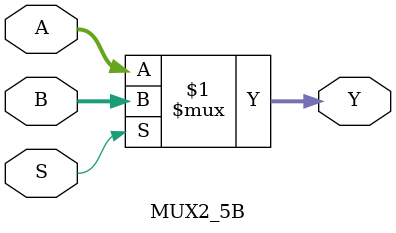
<source format=v>

module MUX2_5B (A,B,S,Y);
    input [4:0] A,B;
    input S;
    output [4:0] Y;
    assign Y = (S)? B: A; 
endmodule



</source>
